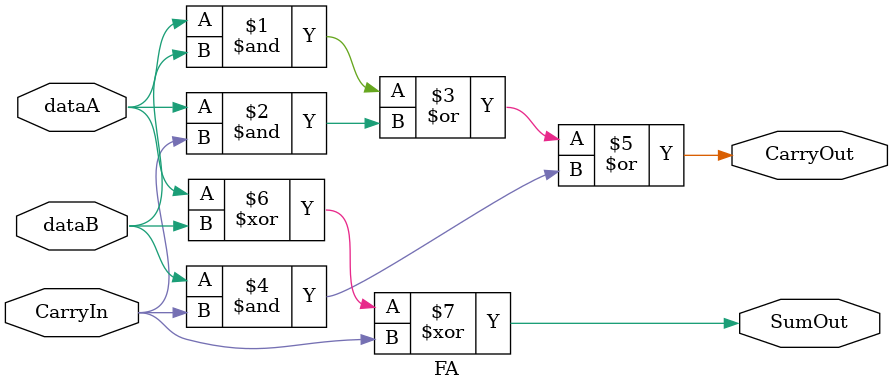
<source format=v>
module FA( dataA, dataB, CarryIn, SumOut, CarryOut);
    output SumOut, CarryOut;
    input dataA, dataB, CarryIn;
    assign CarryOut = (dataA & dataB) | (dataA & CarryIn) | (dataB & CarryIn);
    assign SumOut = dataA ^ dataB ^ CarryIn;

endmodule
</source>
